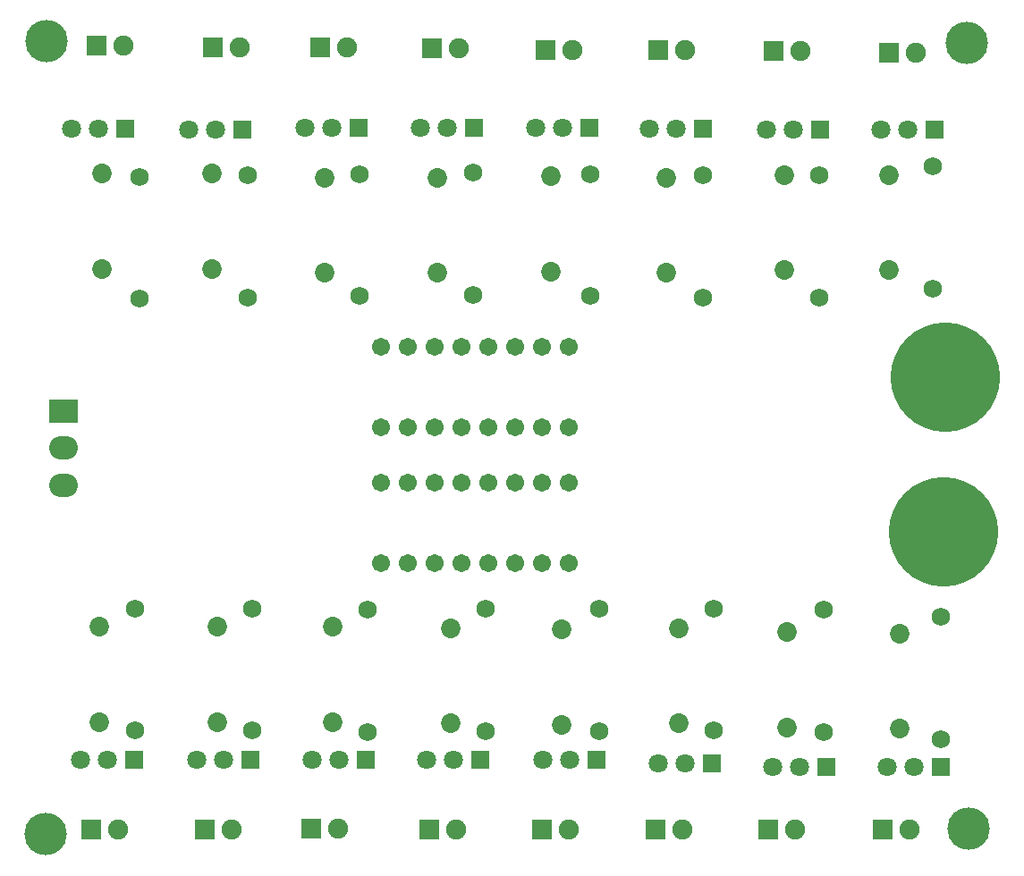
<source format=gbs>
G04*
G04 #@! TF.GenerationSoftware,Altium Limited,CircuitMaker,2.2.1 (6)*
G04*
G04 Layer_Color=8150272*
%FSLAX25Y25*%
%MOIN*%
G70*
G04*
G04 #@! TF.SameCoordinates,9BB8909F-1235-4B7E-8516-07DB857BAA42*
G04*
G04*
G04 #@! TF.FilePolarity,Negative*
G04*
G01*
G75*
%ADD16R,0.07099X0.07099*%
%ADD17C,0.07099*%
%ADD18C,0.15800*%
%ADD19C,0.40800*%
%ADD20O,0.10642X0.08674*%
%ADD21R,0.10642X0.08674*%
%ADD22C,0.06706*%
%ADD23C,0.07493*%
%ADD24R,0.07493X0.07493*%
%ADD25C,0.07296*%
%ADD26C,0.06800*%
D16*
X574400Y418200D02*
D03*
X488000Y418500D02*
D03*
X316400Y418200D02*
D03*
X576600Y180600D02*
D03*
X534000D02*
D03*
X491400Y181800D02*
D03*
X448500Y183000D02*
D03*
X405000D02*
D03*
X362500D02*
D03*
X319400D02*
D03*
X276000D02*
D03*
X531600Y418200D02*
D03*
X445800Y418800D02*
D03*
X402800D02*
D03*
X359600D02*
D03*
X272800Y418500D02*
D03*
D17*
X564400Y418200D02*
D03*
X554400D02*
D03*
X478000Y418500D02*
D03*
X468000D02*
D03*
X296400Y418200D02*
D03*
X306400D02*
D03*
X556600Y180600D02*
D03*
X566600D02*
D03*
X514000D02*
D03*
X524000D02*
D03*
X471400Y181800D02*
D03*
X481400D02*
D03*
X428500Y183000D02*
D03*
X438500D02*
D03*
X385000D02*
D03*
X395000D02*
D03*
X342500D02*
D03*
X352500D02*
D03*
X299400D02*
D03*
X309400D02*
D03*
X256000D02*
D03*
X266000D02*
D03*
X511600Y418200D02*
D03*
X521600D02*
D03*
X425800Y418800D02*
D03*
X435800D02*
D03*
X382800D02*
D03*
X392800D02*
D03*
X339600D02*
D03*
X349600D02*
D03*
X252800Y418500D02*
D03*
X262800D02*
D03*
D18*
X243000Y155500D02*
D03*
X587000Y157500D02*
D03*
X586500Y450500D02*
D03*
X243500Y451000D02*
D03*
D19*
X578400Y325800D02*
D03*
X577800Y268200D02*
D03*
D20*
X249600Y285600D02*
D03*
Y299379D02*
D03*
D21*
Y313159D02*
D03*
D22*
X368000Y256500D02*
D03*
X378000D02*
D03*
X388000D02*
D03*
X398000D02*
D03*
X408000D02*
D03*
X418000D02*
D03*
X428000D02*
D03*
X438000D02*
D03*
X368000Y286500D02*
D03*
X378000D02*
D03*
X388000D02*
D03*
X398000D02*
D03*
X408000D02*
D03*
X418000D02*
D03*
X428000D02*
D03*
X438000D02*
D03*
Y337000D02*
D03*
X428000D02*
D03*
X418000D02*
D03*
X408000D02*
D03*
X398000D02*
D03*
X388000D02*
D03*
X378000D02*
D03*
X368000D02*
D03*
X438000Y307000D02*
D03*
X428000D02*
D03*
X418000D02*
D03*
X408000D02*
D03*
X398000D02*
D03*
X388000D02*
D03*
X378000D02*
D03*
X368000D02*
D03*
D23*
X270000Y157200D02*
D03*
X312400Y157100D02*
D03*
X351900Y157600D02*
D03*
X395900Y157100D02*
D03*
X437900D02*
D03*
X480400D02*
D03*
X522400D02*
D03*
X564900D02*
D03*
X315500Y448900D02*
D03*
X355500D02*
D03*
X397000Y448400D02*
D03*
X439500Y447900D02*
D03*
X481500D02*
D03*
X524500Y447400D02*
D03*
X567500Y446900D02*
D03*
X272000Y449400D02*
D03*
D24*
X260000Y157200D02*
D03*
X302400Y157100D02*
D03*
X341900Y157600D02*
D03*
X385900Y157100D02*
D03*
X427900D02*
D03*
X470400D02*
D03*
X512400D02*
D03*
X554900D02*
D03*
X305500Y448900D02*
D03*
X345500D02*
D03*
X387000Y448400D02*
D03*
X429500Y447900D02*
D03*
X471500D02*
D03*
X514500Y447400D02*
D03*
X557500Y446900D02*
D03*
X262000Y449400D02*
D03*
D25*
X561500Y194783D02*
D03*
Y230217D02*
D03*
X519500Y195283D02*
D03*
Y230716D02*
D03*
X479000Y196783D02*
D03*
Y232217D02*
D03*
X435500Y196283D02*
D03*
Y231716D02*
D03*
X307000Y197283D02*
D03*
Y232716D02*
D03*
X350000Y197283D02*
D03*
Y232716D02*
D03*
X394000Y196783D02*
D03*
Y232217D02*
D03*
X263000Y197283D02*
D03*
Y232716D02*
D03*
X264000Y401717D02*
D03*
Y366283D02*
D03*
X557500Y401217D02*
D03*
Y365784D02*
D03*
X518500Y401217D02*
D03*
Y365784D02*
D03*
X474500Y400216D02*
D03*
Y364784D02*
D03*
X431500Y400716D02*
D03*
Y365283D02*
D03*
X389000Y400216D02*
D03*
Y364784D02*
D03*
X305000Y401717D02*
D03*
Y366283D02*
D03*
X347000Y400216D02*
D03*
Y364784D02*
D03*
D26*
X576600Y190802D02*
D03*
Y236400D02*
D03*
X533000Y193500D02*
D03*
Y239098D02*
D03*
X492000Y194000D02*
D03*
Y239598D02*
D03*
X449500Y193902D02*
D03*
Y239500D02*
D03*
X407000Y193902D02*
D03*
Y239500D02*
D03*
X363000Y193500D02*
D03*
Y239098D02*
D03*
X320000Y194000D02*
D03*
Y239598D02*
D03*
X276500Y194000D02*
D03*
Y239598D02*
D03*
X573600Y404400D02*
D03*
Y358802D02*
D03*
X531500Y401000D02*
D03*
Y355402D02*
D03*
X488000Y401000D02*
D03*
Y355402D02*
D03*
X446000Y401598D02*
D03*
Y356000D02*
D03*
X402500Y402098D02*
D03*
Y356500D02*
D03*
X360000Y401598D02*
D03*
Y356000D02*
D03*
X278000Y400598D02*
D03*
Y355000D02*
D03*
X318500Y401098D02*
D03*
Y355500D02*
D03*
M02*

</source>
